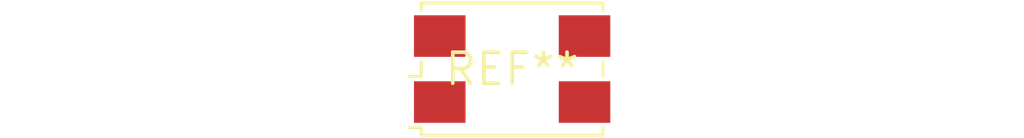
<source format=kicad_pcb>
(kicad_pcb (version 20240108) (generator pcbnew)
  (layers (0 "F.Cu" signal) (31 "B.Cu" signal) (34 "B.Paste" user) (35 "F.Paste" user) (36 "B.SilkS" user "B.Silkscreen") (37 "F.SilkS" user "F.Silkscreen") (38 "B.Mask" user) (39 "F.Mask" user) (44 "Edge.Cuts" user))
  (net 0 "")
  (footprint "Crystal_SMD_FOX_FQ7050-4Pin_7.0x5.0mm" (layer "F.Cu") (at 0 0)
    (property "Reference" "REF**")
    (property "Value" "Crystal_SMD_FOX_FQ7050-4Pin_7.0x5.0mm")
    (fp_line (start -4.2 0.3) (end -3.7 0.3) (layer "F.SilkS") (stroke (width 0.12)))
    (fp_line (start -4.2 2.4) (end -3.7 2.4) (layer "F.SilkS") (stroke (width 0.12)))
    (fp_line (start -3.7 -2.7) (end 3.7 -2.7) (layer "F.SilkS") (stroke (width 0.12)))
    (fp_line (start -3.7 -2.4) (end -3.7 -2.7) (layer "F.SilkS") (stroke (width 0.12)))
    (fp_line (start -3.7 0.3) (end -3.7 -0.3) (layer "F.SilkS") (stroke (width 0.12)))
    (fp_line (start -3.7 2.4) (end -3.7 2.7) (layer "F.SilkS") (stroke (width 0.12)))
    (fp_line (start -3.7 2.7) (end 3.7 2.7) (layer "F.SilkS") (stroke (width 0.12)))
    (fp_line (start 3.7 -2.7) (end 3.7 -2.4) (layer "F.SilkS") (stroke (width 0.12)))
    (fp_line (start 3.7 -0.3) (end 3.7 0.3) (layer "F.SilkS") (stroke (width 0.12)))
    (fp_line (start 3.7 2.7) (end 3.7 2.4) (layer "F.SilkS") (stroke (width 0.12)))
    (pad "1" smd rect (at -2.95 1.35) (size 2.1 1.7) (layers "F.Cu" "F.Paste" "F.Mask"))
    (pad "2" smd rect (at 2.95 1.35) (size 2.1 1.7) (layers "F.Cu" "F.Paste" "F.Mask"))
    (pad "3" smd rect (at 2.95 -1.35) (size 2.1 1.7) (layers "F.Cu" "F.Paste" "F.Mask"))
    (pad "4" smd rect (at -2.95 -1.35) (size 2.1 1.7) (layers "F.Cu" "F.Paste" "F.Mask"))
  )
)
</source>
